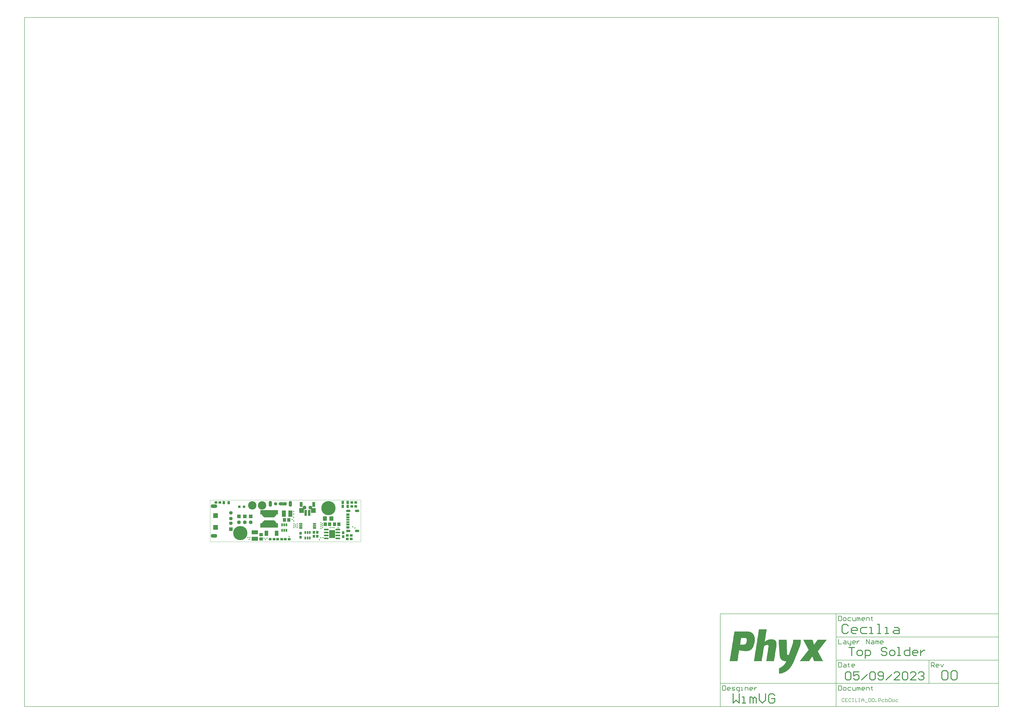
<source format=gts>
G04*
G04 #@! TF.GenerationSoftware,Altium Limited,Altium Designer,23.8.1 (32)*
G04*
G04 Layer_Color=8388736*
%FSLAX25Y25*%
%MOIN*%
G70*
G04*
G04 #@! TF.SameCoordinates,025227D9-4B7A-4FEB-AE1B-E4A00E2DEE92*
G04*
G04*
G04 #@! TF.FilePolarity,Negative*
G04*
G01*
G75*
%ADD10C,0.00787*%
%ADD12C,0.00394*%
%ADD13C,0.00984*%
%ADD14C,0.01575*%
%ADD41R,0.05709X0.03937*%
%ADD42R,0.05709X0.03543*%
%ADD43R,0.05709X0.03150*%
%ADD44R,0.04724X0.04331*%
%ADD45R,0.04331X0.05512*%
%ADD46R,0.29921X0.07480*%
%ADD47R,0.04331X0.10236*%
%ADD48R,0.04724X0.07874*%
%ADD49R,0.05512X0.06299*%
%ADD50O,0.08268X0.02756*%
%ADD51R,0.09882X0.13386*%
%ADD52R,0.04331X0.04724*%
%ADD53R,0.06299X0.05512*%
%ADD54R,0.14961X0.04724*%
%ADD55R,0.24016X0.05118*%
%ADD56R,0.05906X0.08661*%
%ADD57R,0.11024X0.06693*%
%ADD58R,0.06693X0.11024*%
%ADD59R,0.02756X0.04921*%
%ADD60O,0.05906X0.02165*%
%ADD61R,0.06693X0.07480*%
%ADD62R,0.06299X0.06299*%
%ADD63C,0.06299*%
%ADD64C,0.14173*%
%ADD65O,0.07480X0.04331*%
%ADD66R,0.08268X0.08268*%
G04:AMPARAMS|DCode=67|XSize=90.55mil|YSize=51.18mil|CornerRadius=13.78mil|HoleSize=0mil|Usage=FLASHONLY|Rotation=270.000|XOffset=0mil|YOffset=0mil|HoleType=Round|Shape=RoundedRectangle|*
%AMROUNDEDRECTD67*
21,1,0.09055,0.02362,0,0,270.0*
21,1,0.06299,0.05118,0,0,270.0*
1,1,0.02756,-0.01181,-0.03150*
1,1,0.02756,-0.01181,0.03150*
1,1,0.02756,0.01181,0.03150*
1,1,0.02756,0.01181,-0.03150*
%
%ADD67ROUNDEDRECTD67*%
%ADD68C,0.05512*%
G04:AMPARAMS|DCode=69|XSize=55.12mil|YSize=55.12mil|CornerRadius=14.76mil|HoleSize=0mil|Usage=FLASHONLY|Rotation=180.000|XOffset=0mil|YOffset=0mil|HoleType=Round|Shape=RoundedRectangle|*
%AMROUNDEDRECTD69*
21,1,0.05512,0.02559,0,0,180.0*
21,1,0.02559,0.05512,0,0,180.0*
1,1,0.02953,-0.01280,0.01280*
1,1,0.02953,0.01280,0.01280*
1,1,0.02953,0.01280,-0.01280*
1,1,0.02953,-0.01280,-0.01280*
%
%ADD69ROUNDEDRECTD69*%
%ADD70O,0.11024X0.06299*%
%ADD71C,0.05984*%
%ADD72R,0.05984X0.05984*%
%ADD73R,0.04331X0.04331*%
G04:AMPARAMS|DCode=74|XSize=43.31mil|YSize=43.31mil|CornerRadius=11.81mil|HoleSize=0mil|Usage=FLASHONLY|Rotation=0.000|XOffset=0mil|YOffset=0mil|HoleType=Round|Shape=RoundedRectangle|*
%AMROUNDEDRECTD74*
21,1,0.04331,0.01968,0,0,0.0*
21,1,0.01968,0.04331,0,0,0.0*
1,1,0.02362,0.00984,-0.00984*
1,1,0.02362,-0.00984,-0.00984*
1,1,0.02362,-0.00984,0.00984*
1,1,0.02362,0.00984,0.00984*
%
%ADD74ROUNDEDRECTD74*%
%ADD75C,0.24016*%
%ADD76R,0.08268X0.08268*%
%ADD77C,0.01968*%
G36*
X126712Y67320D02*
X126749Y67309D01*
X126783Y67290D01*
X126813Y67266D01*
X126838Y67236D01*
X126856Y67202D01*
X126867Y67165D01*
X126871Y67126D01*
Y62008D01*
X126867Y61969D01*
X126856Y61932D01*
X126838Y61898D01*
X126813Y61868D01*
X126783Y61843D01*
X126749Y61825D01*
X126712Y61814D01*
X126673Y61810D01*
X121850Y61810D01*
X121836Y61812D01*
X121822Y61812D01*
X121817Y61813D01*
X121812Y61814D01*
X121798Y61818D01*
X121784Y61822D01*
X121780Y61824D01*
X121775Y61825D01*
X121762Y61832D01*
X121749Y61838D01*
X121745Y61841D01*
X121740Y61843D01*
X121730Y61852D01*
X121718Y61861D01*
X121714Y61865D01*
X121711Y61868D01*
X121701Y61879D01*
X121692Y61890D01*
X121689Y61894D01*
X121686Y61898D01*
X121679Y61911D01*
X121672Y61923D01*
X121670Y61928D01*
X121668Y61932D01*
X121663Y61946D01*
X121659Y61959D01*
X121658Y61964D01*
X121656Y61969D01*
X121655Y61984D01*
X121653Y61998D01*
X121653Y62003D01*
X121653Y62008D01*
X121654Y62022D01*
X121655Y62036D01*
X121656Y62041D01*
X121656Y62046D01*
X121660Y62060D01*
X121664Y62074D01*
X121666Y62079D01*
X121668Y62084D01*
X121674Y62096D01*
X121680Y62109D01*
X124732Y67227D01*
X124735Y67231D01*
X124737Y67236D01*
X124746Y67247D01*
X124755Y67259D01*
X124758Y67262D01*
X124762Y67266D01*
X124773Y67275D01*
X124783Y67285D01*
X124788Y67287D01*
X124792Y67290D01*
X124804Y67297D01*
X124817Y67305D01*
X124821Y67306D01*
X124826Y67309D01*
X124839Y67313D01*
X124853Y67318D01*
X124858Y67318D01*
X124863Y67320D01*
X124877Y67321D01*
X124891Y67323D01*
X124897Y67323D01*
X124902Y67324D01*
X126673D01*
X126712Y67320D01*
D02*
G37*
G36*
X124129Y67322D02*
X124143Y67322D01*
X124148Y67321D01*
X124153Y67320D01*
X124167Y67316D01*
X124180Y67312D01*
X124185Y67310D01*
X124190Y67309D01*
X124202Y67302D01*
X124215Y67296D01*
X124220Y67293D01*
X124224Y67290D01*
X124235Y67281D01*
X124247Y67273D01*
X124250Y67269D01*
X124254Y67266D01*
X124263Y67255D01*
X124273Y67244D01*
X124275Y67240D01*
X124279Y67236D01*
X124285Y67223D01*
X124293Y67211D01*
X124294Y67206D01*
X124297Y67202D01*
X124301Y67188D01*
X124306Y67175D01*
X124307Y67169D01*
X124308Y67165D01*
X124310Y67150D01*
X124312Y67136D01*
X124311Y67131D01*
X124312Y67126D01*
X124311Y67112D01*
X124310Y67097D01*
X124309Y67093D01*
X124308Y67087D01*
X124304Y67074D01*
X124301Y67060D01*
X124298Y67055D01*
X124297Y67050D01*
X124290Y67038D01*
X124284Y67025D01*
X121233Y61907D01*
X121230Y61902D01*
X121228Y61898D01*
X121218Y61887D01*
X121210Y61875D01*
X121206Y61872D01*
X121203Y61868D01*
X121192Y61859D01*
X121181Y61849D01*
X121177Y61847D01*
X121173Y61843D01*
X121160Y61837D01*
X121148Y61829D01*
X121143Y61827D01*
X121139Y61825D01*
X121125Y61821D01*
X121112Y61816D01*
X121106Y61815D01*
X121102Y61814D01*
X121087Y61813D01*
X121073Y61810D01*
X121068Y61811D01*
X121063Y61810D01*
X119291D01*
X119253Y61814D01*
X119216Y61825D01*
X119182Y61843D01*
X119151Y61868D01*
X119127Y61898D01*
X119109Y61932D01*
X119097Y61969D01*
X119094Y62008D01*
Y67126D01*
X119097Y67165D01*
X119109Y67202D01*
X119127Y67236D01*
X119151Y67266D01*
X119182Y67290D01*
X119216Y67309D01*
X119253Y67320D01*
X119291Y67324D01*
X124114D01*
X124129Y67322D01*
D02*
G37*
G36*
X112243Y51769D02*
X112280Y51758D01*
X112315Y51739D01*
X112345Y51715D01*
X112369Y51685D01*
X112387Y51651D01*
X112399Y51613D01*
X112402Y51575D01*
X112402Y45276D01*
X112399Y45237D01*
X112390Y45209D01*
X112388Y45200D01*
X112369Y45166D01*
X112345Y45136D01*
X112345Y45136D01*
X108801Y41592D01*
X108771Y41568D01*
X108737Y41550D01*
X108729Y41547D01*
X108700Y41538D01*
X108681Y41536D01*
X108661Y41535D01*
X108661Y41535D01*
X92126D01*
X92126Y41535D01*
X92091Y41538D01*
X92087Y41538D01*
X92050Y41550D01*
X92016Y41568D01*
X92000Y41581D01*
X91986Y41592D01*
X91986Y41592D01*
X88443Y45136D01*
X88418Y45166D01*
X88400Y45200D01*
X88397Y45209D01*
X88389Y45237D01*
X88387Y45256D01*
X88385Y45276D01*
X88385Y45276D01*
Y51575D01*
X88389Y51613D01*
X88400Y51651D01*
X88418Y51685D01*
X88443Y51715D01*
X88473Y51739D01*
X88507Y51758D01*
X88544Y51769D01*
X88583Y51773D01*
X112205D01*
X112243Y51769D01*
D02*
G37*
G36*
X108681Y36416D02*
X108700Y36415D01*
X108729Y36406D01*
X108737Y36403D01*
X108771Y36385D01*
X108801Y36360D01*
X112345Y32817D01*
X112345Y32817D01*
X112356Y32804D01*
X112369Y32787D01*
X112387Y32753D01*
X112399Y32716D01*
X112399Y32712D01*
X112402Y32677D01*
X112402Y32677D01*
X112402Y26378D01*
X112399Y26339D01*
X112388Y26302D01*
X112369Y26268D01*
X112345Y26238D01*
X112315Y26213D01*
X112280Y26195D01*
X112243Y26184D01*
X112205Y26180D01*
X88583D01*
X88544Y26184D01*
X88507Y26195D01*
X88473Y26213D01*
X88443Y26238D01*
X88418Y26268D01*
X88400Y26302D01*
X88389Y26339D01*
X88385Y26378D01*
Y32677D01*
X88385Y32677D01*
X88387Y32697D01*
X88389Y32716D01*
X88397Y32744D01*
X88400Y32753D01*
X88418Y32787D01*
X88443Y32817D01*
X91986Y36360D01*
X91986Y36360D01*
X92000Y36371D01*
X92016Y36385D01*
X92050Y36403D01*
X92087Y36415D01*
X92091Y36415D01*
X92126Y36418D01*
X92126Y36418D01*
X108661Y36418D01*
X108661Y36418D01*
X108681Y36416D01*
D02*
G37*
G36*
X1047062Y-166394D02*
X1046775D01*
Y-166681D01*
X1046489D01*
Y-166967D01*
Y-167253D01*
X1046203D01*
Y-167539D01*
X1045916D01*
Y-167826D01*
X1045630D01*
Y-168112D01*
Y-168398D01*
X1045344D01*
Y-168685D01*
X1045057D01*
Y-168971D01*
X1044771D01*
Y-169257D01*
X1044485D01*
Y-169544D01*
Y-169830D01*
X1044198D01*
Y-170116D01*
X1043912D01*
Y-170403D01*
X1043626D01*
Y-170689D01*
Y-170975D01*
X1043340D01*
Y-171262D01*
X1043053D01*
Y-171548D01*
X1042767D01*
Y-171834D01*
X1042480D01*
Y-172120D01*
Y-172407D01*
X1042194D01*
Y-172693D01*
X1041908D01*
Y-172979D01*
X1041622D01*
Y-173266D01*
Y-173552D01*
X1041335D01*
Y-173838D01*
X1041049D01*
Y-174125D01*
X1040763D01*
Y-174411D01*
Y-174697D01*
X1040476D01*
Y-174984D01*
X1040190D01*
Y-175270D01*
X1039904D01*
Y-175556D01*
X1039617D01*
Y-175842D01*
Y-176129D01*
X1039331D01*
Y-176415D01*
X1039045D01*
Y-176701D01*
X1038758D01*
Y-176988D01*
Y-177274D01*
X1038472D01*
Y-177560D01*
X1038186D01*
Y-177847D01*
X1037899D01*
Y-178133D01*
Y-178419D01*
X1037613D01*
Y-178706D01*
X1037327D01*
Y-178992D01*
X1037041D01*
Y-179278D01*
X1036754D01*
Y-179565D01*
Y-179851D01*
X1036468D01*
Y-180137D01*
X1036182D01*
Y-180423D01*
X1035895D01*
Y-180710D01*
Y-180996D01*
X1035609D01*
Y-181282D01*
X1035323D01*
Y-181569D01*
X1035036D01*
Y-181855D01*
Y-182141D01*
X1034750D01*
Y-182428D01*
X1034464D01*
Y-182714D01*
X1034177D01*
Y-183000D01*
X1033891D01*
Y-183287D01*
Y-183573D01*
X1033605D01*
Y-183859D01*
X1033319D01*
Y-184146D01*
X1033032D01*
Y-184432D01*
Y-184718D01*
X1032746D01*
Y-185004D01*
X1032460D01*
Y-185291D01*
X1032173D01*
Y-185577D01*
X1031887D01*
Y-185863D01*
Y-186150D01*
X1032173D01*
Y-186436D01*
Y-186722D01*
X1032460D01*
Y-187009D01*
Y-187295D01*
X1032746D01*
Y-187581D01*
X1033032D01*
Y-187868D01*
Y-188154D01*
X1033319D01*
Y-188440D01*
Y-188727D01*
X1033605D01*
Y-189013D01*
Y-189299D01*
X1033891D01*
Y-189585D01*
Y-189872D01*
X1034177D01*
Y-190158D01*
Y-190444D01*
X1034464D01*
Y-190731D01*
Y-191017D01*
X1034750D01*
Y-191303D01*
Y-191590D01*
X1035036D01*
Y-191876D01*
Y-192162D01*
X1035323D01*
Y-192449D01*
X1035609D01*
Y-192735D01*
Y-193021D01*
X1035895D01*
Y-193308D01*
Y-193594D01*
X1036182D01*
Y-193880D01*
Y-194167D01*
X1036468D01*
Y-194453D01*
Y-194739D01*
X1036754D01*
Y-195025D01*
Y-195312D01*
X1037041D01*
Y-195598D01*
Y-195884D01*
X1037327D01*
Y-196171D01*
Y-196457D01*
X1037613D01*
Y-196743D01*
X1037899D01*
Y-197030D01*
Y-197316D01*
X1038186D01*
Y-197602D01*
Y-197889D01*
X1038472D01*
Y-198175D01*
Y-198461D01*
X1038758D01*
Y-198748D01*
Y-199034D01*
X1039045D01*
Y-199320D01*
Y-199606D01*
X1039331D01*
Y-199893D01*
Y-200179D01*
X1039617D01*
Y-200465D01*
Y-200752D01*
X1039904D01*
Y-201038D01*
X1040190D01*
Y-201324D01*
Y-201611D01*
X1040476D01*
Y-201897D01*
Y-202183D01*
X1040763D01*
Y-202470D01*
X1025588D01*
Y-202183D01*
X1025302D01*
Y-201897D01*
Y-201611D01*
Y-201324D01*
X1025016D01*
Y-201038D01*
Y-200752D01*
Y-200465D01*
X1024729D01*
Y-200179D01*
Y-199893D01*
X1024443D01*
Y-199606D01*
Y-199320D01*
Y-199034D01*
X1024156D01*
Y-198748D01*
Y-198461D01*
Y-198175D01*
X1023870D01*
Y-197889D01*
Y-197602D01*
X1023584D01*
Y-197316D01*
Y-197030D01*
Y-196743D01*
X1023298D01*
Y-196457D01*
Y-196171D01*
Y-195884D01*
X1023011D01*
Y-195598D01*
Y-195312D01*
Y-195025D01*
X1022725D01*
Y-194739D01*
X1022152D01*
Y-195025D01*
Y-195312D01*
X1021866D01*
Y-195598D01*
X1021580D01*
Y-195884D01*
Y-196171D01*
X1021293D01*
Y-196457D01*
X1021007D01*
Y-196743D01*
Y-197030D01*
X1020721D01*
Y-197316D01*
X1020434D01*
Y-197602D01*
Y-197889D01*
X1020148D01*
Y-198175D01*
X1019862D01*
Y-198461D01*
X1019576D01*
Y-198748D01*
Y-199034D01*
X1019289D01*
Y-199320D01*
X1019003D01*
Y-199606D01*
Y-199893D01*
X1018717D01*
Y-200179D01*
X1018430D01*
Y-200465D01*
Y-200752D01*
X1018144D01*
Y-201038D01*
X1017858D01*
Y-201324D01*
Y-201611D01*
X1017571D01*
Y-201897D01*
X1017285D01*
Y-202183D01*
Y-202470D01*
X1001252D01*
Y-202183D01*
X1001538D01*
Y-201897D01*
X1001824D01*
Y-201611D01*
X1002110D01*
Y-201324D01*
X1002397D01*
Y-201038D01*
Y-200752D01*
X1002683D01*
Y-200465D01*
X1002969D01*
Y-200179D01*
X1003256D01*
Y-199893D01*
X1003542D01*
Y-199606D01*
Y-199320D01*
X1003828D01*
Y-199034D01*
X1004115D01*
Y-198748D01*
X1004401D01*
Y-198461D01*
Y-198175D01*
X1004687D01*
Y-197889D01*
X1004974D01*
Y-197602D01*
X1005260D01*
Y-197316D01*
X1005546D01*
Y-197030D01*
Y-196743D01*
X1005832D01*
Y-196457D01*
X1006119D01*
Y-196171D01*
X1006405D01*
Y-195884D01*
X1006691D01*
Y-195598D01*
Y-195312D01*
X1006978D01*
Y-195025D01*
X1007264D01*
Y-194739D01*
X1007550D01*
Y-194453D01*
Y-194167D01*
X1007837D01*
Y-193880D01*
X1008123D01*
Y-193594D01*
X1008409D01*
Y-193308D01*
X1008696D01*
Y-193021D01*
Y-192735D01*
X1008982D01*
Y-192449D01*
X1009268D01*
Y-192162D01*
X1009555D01*
Y-191876D01*
Y-191590D01*
X1009841D01*
Y-191303D01*
X1010127D01*
Y-191017D01*
X1010413D01*
Y-190731D01*
X1010700D01*
Y-190444D01*
Y-190158D01*
X1010986D01*
Y-189872D01*
X1011272D01*
Y-189585D01*
X1011559D01*
Y-189299D01*
Y-189013D01*
X1011845D01*
Y-188727D01*
X1012131D01*
Y-188440D01*
X1012418D01*
Y-188154D01*
X1012704D01*
Y-187868D01*
Y-187581D01*
X1012990D01*
Y-187295D01*
X1013277D01*
Y-187009D01*
X1013563D01*
Y-186722D01*
X1013849D01*
Y-186436D01*
Y-186150D01*
X1014136D01*
Y-185863D01*
X1014422D01*
Y-185577D01*
X1014708D01*
Y-185291D01*
Y-185004D01*
X1014995D01*
Y-184718D01*
X1015281D01*
Y-184432D01*
X1015567D01*
Y-184146D01*
X1015853D01*
Y-183859D01*
Y-183573D01*
X1016140D01*
Y-183287D01*
Y-183000D01*
Y-182714D01*
X1015853D01*
Y-182428D01*
X1015567D01*
Y-182141D01*
Y-181855D01*
X1015281D01*
Y-181569D01*
Y-181282D01*
X1014995D01*
Y-180996D01*
Y-180710D01*
X1014708D01*
Y-180423D01*
Y-180137D01*
X1014422D01*
Y-179851D01*
Y-179565D01*
X1014136D01*
Y-179278D01*
Y-178992D01*
X1013849D01*
Y-178706D01*
X1013563D01*
Y-178419D01*
Y-178133D01*
X1013277D01*
Y-177847D01*
Y-177560D01*
X1012990D01*
Y-177274D01*
Y-176988D01*
X1012704D01*
Y-176701D01*
Y-176415D01*
X1012418D01*
Y-176129D01*
Y-175842D01*
X1012131D01*
Y-175556D01*
Y-175270D01*
X1011845D01*
Y-174984D01*
X1011559D01*
Y-174697D01*
Y-174411D01*
X1011272D01*
Y-174125D01*
Y-173838D01*
X1010986D01*
Y-173552D01*
Y-173266D01*
X1010700D01*
Y-172979D01*
Y-172693D01*
X1010413D01*
Y-172407D01*
Y-172120D01*
X1010127D01*
Y-171834D01*
Y-171548D01*
X1009841D01*
Y-171262D01*
Y-170975D01*
X1009555D01*
Y-170689D01*
X1009268D01*
Y-170403D01*
Y-170116D01*
X1008982D01*
Y-169830D01*
Y-169544D01*
X1008696D01*
Y-169257D01*
Y-168971D01*
X1008409D01*
Y-168685D01*
Y-168398D01*
X1008123D01*
Y-168112D01*
Y-167826D01*
X1007837D01*
Y-167539D01*
Y-167253D01*
X1007550D01*
Y-166967D01*
X1007264D01*
Y-166681D01*
Y-166394D01*
X1006978D01*
Y-166108D01*
X1022725D01*
Y-166394D01*
X1023011D01*
Y-166681D01*
Y-166967D01*
Y-167253D01*
X1023298D01*
Y-167539D01*
Y-167826D01*
Y-168112D01*
X1023584D01*
Y-168398D01*
Y-168685D01*
Y-168971D01*
X1023870D01*
Y-169257D01*
Y-169544D01*
Y-169830D01*
X1024156D01*
Y-170116D01*
Y-170403D01*
Y-170689D01*
X1024443D01*
Y-170975D01*
Y-171262D01*
Y-171548D01*
X1024729D01*
Y-171834D01*
Y-172120D01*
Y-172407D01*
X1025016D01*
Y-172693D01*
Y-172979D01*
Y-173266D01*
X1025302D01*
Y-173552D01*
Y-173838D01*
Y-174125D01*
Y-174411D01*
X1025874D01*
Y-174125D01*
X1026161D01*
Y-173838D01*
X1026447D01*
Y-173552D01*
Y-173266D01*
X1026733D01*
Y-172979D01*
X1027020D01*
Y-172693D01*
Y-172407D01*
X1027306D01*
Y-172120D01*
X1027592D01*
Y-171834D01*
Y-171548D01*
X1027879D01*
Y-171262D01*
X1028165D01*
Y-170975D01*
Y-170689D01*
X1028451D01*
Y-170403D01*
X1028738D01*
Y-170116D01*
Y-169830D01*
X1029024D01*
Y-169544D01*
X1029310D01*
Y-169257D01*
Y-168971D01*
X1029597D01*
Y-168685D01*
X1029883D01*
Y-168398D01*
Y-168112D01*
X1030169D01*
Y-167826D01*
X1030455D01*
Y-167539D01*
Y-167253D01*
X1030742D01*
Y-166967D01*
X1031028D01*
Y-166681D01*
Y-166394D01*
X1031314D01*
Y-166108D01*
X1047062D01*
Y-166394D01*
D02*
G37*
G36*
X913926Y-152365D02*
X915644D01*
Y-152651D01*
X916503D01*
Y-152937D01*
X917362D01*
Y-153224D01*
X918221D01*
Y-153510D01*
X918793D01*
Y-153796D01*
X919080D01*
Y-154083D01*
X919652D01*
Y-154369D01*
X919939D01*
Y-154655D01*
X920511D01*
Y-154942D01*
X920798D01*
Y-155228D01*
X921084D01*
Y-155514D01*
X921370D01*
Y-155801D01*
X921657D01*
Y-156087D01*
X921943D01*
Y-156373D01*
X922229D01*
Y-156659D01*
Y-156946D01*
X922515D01*
Y-157232D01*
X922802D01*
Y-157518D01*
Y-157805D01*
X923088D01*
Y-158091D01*
X923374D01*
Y-158377D01*
Y-158664D01*
X923661D01*
Y-158950D01*
Y-159236D01*
Y-159523D01*
X923947D01*
Y-159809D01*
Y-160095D01*
Y-160382D01*
X924233D01*
Y-160668D01*
Y-160954D01*
Y-161240D01*
Y-161527D01*
X924520D01*
Y-161813D01*
Y-162100D01*
Y-162386D01*
Y-162672D01*
Y-162958D01*
X924806D01*
Y-163245D01*
Y-163531D01*
Y-163817D01*
Y-164104D01*
Y-164390D01*
Y-164676D01*
Y-164963D01*
Y-165249D01*
Y-165535D01*
Y-165822D01*
Y-166108D01*
Y-166394D01*
Y-166681D01*
Y-166967D01*
Y-167253D01*
Y-167539D01*
Y-167826D01*
Y-168112D01*
Y-168398D01*
Y-168685D01*
X924520D01*
Y-168971D01*
Y-169257D01*
Y-169544D01*
Y-169830D01*
Y-170116D01*
Y-170403D01*
Y-170689D01*
X924233D01*
Y-170975D01*
Y-171262D01*
Y-171548D01*
Y-171834D01*
Y-172120D01*
X923947D01*
Y-172407D01*
Y-172693D01*
Y-172979D01*
Y-173266D01*
Y-173552D01*
X923661D01*
Y-173838D01*
Y-174125D01*
Y-174411D01*
X923374D01*
Y-174697D01*
Y-174984D01*
Y-175270D01*
Y-175556D01*
X923088D01*
Y-175842D01*
Y-176129D01*
Y-176415D01*
X922802D01*
Y-176701D01*
Y-176988D01*
X922515D01*
Y-177274D01*
Y-177560D01*
Y-177847D01*
X922229D01*
Y-178133D01*
Y-178419D01*
X921943D01*
Y-178706D01*
Y-178992D01*
X921657D01*
Y-179278D01*
Y-179565D01*
X921370D01*
Y-179851D01*
X921084D01*
Y-180137D01*
Y-180423D01*
X920798D01*
Y-180710D01*
X920511D01*
Y-180996D01*
X920225D01*
Y-181282D01*
Y-181569D01*
X919939D01*
Y-181855D01*
X919652D01*
Y-182141D01*
X919366D01*
Y-182428D01*
X919080D01*
Y-182714D01*
X918793D01*
Y-183000D01*
X918221D01*
Y-183287D01*
X917934D01*
Y-183573D01*
X917362D01*
Y-183859D01*
X917076D01*
Y-184146D01*
X916503D01*
Y-184432D01*
X915644D01*
Y-184718D01*
X914785D01*
Y-185004D01*
X913926D01*
Y-185291D01*
X912208D01*
Y-185577D01*
X907055D01*
Y-185291D01*
X904478D01*
Y-185004D01*
X902474D01*
Y-184718D01*
X901042D01*
Y-184432D01*
X899610D01*
Y-184146D01*
X898179D01*
Y-184432D01*
Y-184718D01*
Y-185004D01*
Y-185291D01*
Y-185577D01*
Y-185863D01*
Y-186150D01*
X897892D01*
Y-186436D01*
Y-186722D01*
Y-187009D01*
Y-187295D01*
Y-187581D01*
Y-187868D01*
X897606D01*
Y-188154D01*
Y-188440D01*
Y-188727D01*
Y-189013D01*
Y-189299D01*
Y-189585D01*
X897320D01*
Y-189872D01*
Y-190158D01*
Y-190444D01*
Y-190731D01*
Y-191017D01*
Y-191303D01*
Y-191590D01*
X897034D01*
Y-191876D01*
Y-192162D01*
Y-192449D01*
Y-192735D01*
Y-193021D01*
Y-193308D01*
X896747D01*
Y-193594D01*
Y-193880D01*
Y-194167D01*
Y-194453D01*
Y-194739D01*
Y-195025D01*
X896461D01*
Y-195312D01*
Y-195598D01*
Y-195884D01*
Y-196171D01*
Y-196457D01*
Y-196743D01*
Y-197030D01*
X896175D01*
Y-197316D01*
Y-197602D01*
Y-197889D01*
Y-198175D01*
Y-198461D01*
Y-198748D01*
X895888D01*
Y-199034D01*
Y-199320D01*
Y-199606D01*
Y-199893D01*
Y-200179D01*
Y-200465D01*
X895602D01*
Y-200752D01*
Y-201038D01*
Y-201324D01*
Y-201611D01*
Y-201897D01*
Y-202183D01*
Y-202470D01*
X882145D01*
Y-202183D01*
X882432D01*
Y-201897D01*
Y-201611D01*
Y-201324D01*
Y-201038D01*
Y-200752D01*
X882718D01*
Y-200465D01*
Y-200179D01*
Y-199893D01*
Y-199606D01*
Y-199320D01*
Y-199034D01*
Y-198748D01*
X883004D01*
Y-198461D01*
Y-198175D01*
Y-197889D01*
Y-197602D01*
Y-197316D01*
Y-197030D01*
X883291D01*
Y-196743D01*
Y-196457D01*
Y-196171D01*
Y-195884D01*
Y-195598D01*
Y-195312D01*
X883577D01*
Y-195025D01*
Y-194739D01*
Y-194453D01*
Y-194167D01*
Y-193880D01*
Y-193594D01*
Y-193308D01*
X883863D01*
Y-193021D01*
Y-192735D01*
Y-192449D01*
Y-192162D01*
Y-191876D01*
Y-191590D01*
X884149D01*
Y-191303D01*
Y-191017D01*
Y-190731D01*
Y-190444D01*
Y-190158D01*
Y-189872D01*
X884436D01*
Y-189585D01*
Y-189299D01*
Y-189013D01*
Y-188727D01*
Y-188440D01*
Y-188154D01*
X884722D01*
Y-187868D01*
Y-187581D01*
Y-187295D01*
Y-187009D01*
Y-186722D01*
Y-186436D01*
Y-186150D01*
X885009D01*
Y-185863D01*
Y-185577D01*
Y-185291D01*
Y-185004D01*
Y-184718D01*
Y-184432D01*
X885295D01*
Y-184146D01*
Y-183859D01*
Y-183573D01*
Y-183287D01*
Y-183000D01*
Y-182714D01*
X885581D01*
Y-182428D01*
Y-182141D01*
Y-181855D01*
Y-181569D01*
Y-181282D01*
Y-180996D01*
X885867D01*
Y-180710D01*
Y-180423D01*
Y-180137D01*
Y-179851D01*
Y-179565D01*
Y-179278D01*
Y-178992D01*
X886154D01*
Y-178706D01*
Y-178419D01*
Y-178133D01*
Y-177847D01*
Y-177560D01*
Y-177274D01*
X886440D01*
Y-176988D01*
Y-176701D01*
Y-176415D01*
Y-176129D01*
Y-175842D01*
Y-175556D01*
X886726D01*
Y-175270D01*
Y-174984D01*
Y-174697D01*
Y-174411D01*
Y-174125D01*
Y-173838D01*
Y-173552D01*
X887013D01*
Y-173266D01*
Y-172979D01*
Y-172693D01*
Y-172407D01*
Y-172120D01*
Y-171834D01*
X887299D01*
Y-171548D01*
Y-171262D01*
Y-170975D01*
Y-170689D01*
Y-170403D01*
Y-170116D01*
X887585D01*
Y-169830D01*
Y-169544D01*
Y-169257D01*
Y-168971D01*
Y-168685D01*
Y-168398D01*
X887872D01*
Y-168112D01*
Y-167826D01*
Y-167539D01*
Y-167253D01*
Y-166967D01*
Y-166681D01*
Y-166394D01*
X888158D01*
Y-166108D01*
Y-165822D01*
Y-165535D01*
Y-165249D01*
Y-164963D01*
Y-164676D01*
X888444D01*
Y-164390D01*
Y-164104D01*
Y-163817D01*
Y-163531D01*
Y-163245D01*
Y-162958D01*
X888731D01*
Y-162672D01*
Y-162386D01*
Y-162100D01*
Y-161813D01*
Y-161527D01*
Y-161240D01*
Y-160954D01*
X889017D01*
Y-160668D01*
Y-160382D01*
Y-160095D01*
Y-159809D01*
Y-159523D01*
Y-159236D01*
X889303D01*
Y-158950D01*
Y-158664D01*
Y-158377D01*
Y-158091D01*
Y-157805D01*
Y-157518D01*
X889590D01*
Y-157232D01*
Y-156946D01*
Y-156659D01*
Y-156373D01*
Y-156087D01*
Y-155801D01*
Y-155514D01*
X889876D01*
Y-155228D01*
Y-154942D01*
Y-154655D01*
Y-154369D01*
Y-154083D01*
Y-153796D01*
X890162D01*
Y-153510D01*
Y-153224D01*
Y-152937D01*
Y-152651D01*
Y-152365D01*
Y-152078D01*
X913926D01*
Y-152365D01*
D02*
G37*
G36*
X1002969Y-166394D02*
Y-166681D01*
Y-166967D01*
Y-167253D01*
Y-167539D01*
Y-167826D01*
Y-168112D01*
Y-168398D01*
Y-168685D01*
Y-168971D01*
Y-169257D01*
Y-169544D01*
Y-169830D01*
Y-170116D01*
Y-170403D01*
Y-170689D01*
Y-170975D01*
Y-171262D01*
Y-171548D01*
Y-171834D01*
Y-172120D01*
X1002683D01*
Y-172407D01*
Y-172693D01*
Y-172979D01*
Y-173266D01*
Y-173552D01*
X1002397D01*
Y-173838D01*
Y-174125D01*
Y-174411D01*
Y-174697D01*
X1002110D01*
Y-174984D01*
Y-175270D01*
Y-175556D01*
Y-175842D01*
X1001824D01*
Y-176129D01*
Y-176415D01*
Y-176701D01*
X1001538D01*
Y-176988D01*
Y-177274D01*
Y-177560D01*
X1001252D01*
Y-177847D01*
Y-178133D01*
Y-178419D01*
X1000965D01*
Y-178706D01*
Y-178992D01*
Y-179278D01*
X1000679D01*
Y-179565D01*
Y-179851D01*
X1000393D01*
Y-180137D01*
Y-180423D01*
X1000106D01*
Y-180710D01*
Y-180996D01*
Y-181282D01*
X999820D01*
Y-181569D01*
Y-181855D01*
X999534D01*
Y-182141D01*
Y-182428D01*
Y-182714D01*
X999247D01*
Y-183000D01*
Y-183287D01*
X998961D01*
Y-183573D01*
Y-183859D01*
Y-184146D01*
X998675D01*
Y-184432D01*
Y-184718D01*
X998388D01*
Y-185004D01*
Y-185291D01*
Y-185577D01*
X998102D01*
Y-185863D01*
Y-186150D01*
X997816D01*
Y-186436D01*
Y-186722D01*
Y-187009D01*
X997529D01*
Y-187295D01*
Y-187581D01*
X997243D01*
Y-187868D01*
Y-188154D01*
Y-188440D01*
X996957D01*
Y-188727D01*
Y-189013D01*
X996671D01*
Y-189299D01*
Y-189585D01*
Y-189872D01*
X996384D01*
Y-190158D01*
Y-190444D01*
X996098D01*
Y-190731D01*
Y-191017D01*
Y-191303D01*
X995811D01*
Y-191590D01*
Y-191876D01*
X995525D01*
Y-192162D01*
Y-192449D01*
Y-192735D01*
X995239D01*
Y-193021D01*
Y-193308D01*
X994953D01*
Y-193594D01*
Y-193880D01*
Y-194167D01*
X994666D01*
Y-194453D01*
Y-194739D01*
X994380D01*
Y-195025D01*
Y-195312D01*
Y-195598D01*
X994094D01*
Y-195884D01*
Y-196171D01*
X993807D01*
Y-196457D01*
Y-196743D01*
Y-197030D01*
X993521D01*
Y-197316D01*
Y-197602D01*
X993235D01*
Y-197889D01*
Y-198175D01*
Y-198461D01*
X992948D01*
Y-198748D01*
Y-199034D01*
X992662D01*
Y-199320D01*
Y-199606D01*
Y-199893D01*
X992376D01*
Y-200179D01*
Y-200465D01*
X992089D01*
Y-200752D01*
Y-201038D01*
Y-201324D01*
X991803D01*
Y-201611D01*
Y-201897D01*
X991517D01*
Y-202183D01*
Y-202470D01*
Y-202756D01*
X991230D01*
Y-203042D01*
Y-203328D01*
X990944D01*
Y-203615D01*
Y-203901D01*
X990658D01*
Y-204187D01*
Y-204474D01*
X990372D01*
Y-204760D01*
Y-205046D01*
Y-205333D01*
X990085D01*
Y-205619D01*
X989799D01*
Y-205905D01*
Y-206192D01*
Y-206478D01*
X989513D01*
Y-206764D01*
X989226D01*
Y-207051D01*
Y-207337D01*
X988940D01*
Y-207623D01*
Y-207909D01*
X988654D01*
Y-208196D01*
Y-208482D01*
X988367D01*
Y-208769D01*
Y-209055D01*
X988081D01*
Y-209341D01*
X987795D01*
Y-209627D01*
Y-209914D01*
X987508D01*
Y-210200D01*
Y-210486D01*
X987222D01*
Y-210773D01*
X986936D01*
Y-211059D01*
X986650D01*
Y-211345D01*
Y-211632D01*
X986363D01*
Y-211918D01*
X986077D01*
Y-212204D01*
Y-212491D01*
X985791D01*
Y-212777D01*
X985504D01*
Y-213063D01*
X985218D01*
Y-213350D01*
Y-213636D01*
X984932D01*
Y-213922D01*
X984645D01*
Y-214208D01*
X984359D01*
Y-214495D01*
X984073D01*
Y-214781D01*
X983786D01*
Y-215067D01*
Y-215354D01*
X983500D01*
Y-215640D01*
X983214D01*
Y-215926D01*
X982928D01*
Y-216213D01*
X982641D01*
Y-216499D01*
X982355D01*
Y-216785D01*
X982069D01*
Y-217072D01*
X981782D01*
Y-217358D01*
X981210D01*
Y-217644D01*
X980923D01*
Y-217931D01*
X980637D01*
Y-218217D01*
X980351D01*
Y-218503D01*
X980064D01*
Y-218789D01*
X979492D01*
Y-219076D01*
X979205D01*
Y-219362D01*
X978633D01*
Y-219648D01*
X978347D01*
Y-219935D01*
X977774D01*
Y-220221D01*
X977487D01*
Y-220507D01*
X976915D01*
Y-220794D01*
X976342D01*
Y-221080D01*
X975770D01*
Y-221366D01*
X975197D01*
Y-221653D01*
X974624D01*
Y-221939D01*
X973765D01*
Y-222225D01*
X973193D01*
Y-222512D01*
X972334D01*
Y-222798D01*
X971189D01*
Y-223084D01*
X970043D01*
Y-223370D01*
X968326D01*
Y-223657D01*
X966321D01*
Y-223943D01*
X966035D01*
Y-223657D01*
Y-223370D01*
Y-223084D01*
Y-222798D01*
Y-222512D01*
Y-222225D01*
Y-221939D01*
Y-221653D01*
Y-221366D01*
Y-221080D01*
Y-220794D01*
Y-220507D01*
Y-220221D01*
Y-219935D01*
Y-219648D01*
Y-219362D01*
Y-219076D01*
Y-218789D01*
Y-218503D01*
Y-218217D01*
Y-217931D01*
Y-217644D01*
Y-217358D01*
Y-217072D01*
Y-216785D01*
Y-216499D01*
Y-216213D01*
Y-215926D01*
Y-215640D01*
Y-215354D01*
Y-215067D01*
Y-214781D01*
Y-214495D01*
X966608D01*
Y-214208D01*
X967180D01*
Y-213922D01*
X967753D01*
Y-213636D01*
X968326D01*
Y-213350D01*
X968898D01*
Y-213063D01*
X969471D01*
Y-212777D01*
X969757D01*
Y-212491D01*
X970330D01*
Y-212204D01*
X970616D01*
Y-211918D01*
X971189D01*
Y-211632D01*
X971475D01*
Y-211345D01*
X971761D01*
Y-211059D01*
X972334D01*
Y-210773D01*
X972620D01*
Y-210486D01*
X972906D01*
Y-210200D01*
X973193D01*
Y-209914D01*
X973479D01*
Y-209627D01*
X973765D01*
Y-209341D01*
X974052D01*
Y-209055D01*
X974338D01*
Y-208769D01*
X974624D01*
Y-208482D01*
X974911D01*
Y-208196D01*
X975197D01*
Y-207909D01*
X975483D01*
Y-207623D01*
Y-207337D01*
X975770D01*
Y-207051D01*
X976056D01*
Y-206764D01*
X976342D01*
Y-206478D01*
Y-206192D01*
X976629D01*
Y-205905D01*
X976915D01*
Y-205619D01*
Y-205333D01*
X977201D01*
Y-205046D01*
Y-204760D01*
X977487D01*
Y-204474D01*
X977774D01*
Y-204187D01*
Y-203901D01*
X978060D01*
Y-203615D01*
Y-203328D01*
X978347D01*
Y-203042D01*
Y-202756D01*
X976629D01*
Y-202470D01*
X974624D01*
Y-202183D01*
X973479D01*
Y-201897D01*
X972906D01*
Y-201611D01*
X972048D01*
Y-201324D01*
X971475D01*
Y-201038D01*
X971189D01*
Y-200752D01*
X970616D01*
Y-200465D01*
X970330D01*
Y-200179D01*
X970043D01*
Y-199893D01*
X969757D01*
Y-199606D01*
X969471D01*
Y-199320D01*
X969184D01*
Y-199034D01*
Y-198748D01*
X968898D01*
Y-198461D01*
X968612D01*
Y-198175D01*
Y-197889D01*
X968326D01*
Y-197602D01*
Y-197316D01*
X968039D01*
Y-197030D01*
Y-196743D01*
X967753D01*
Y-196457D01*
Y-196171D01*
Y-195884D01*
X967467D01*
Y-195598D01*
Y-195312D01*
Y-195025D01*
Y-194739D01*
X967180D01*
Y-194453D01*
Y-194167D01*
Y-193880D01*
Y-193594D01*
Y-193308D01*
Y-193021D01*
Y-192735D01*
X966894D01*
Y-192449D01*
Y-192162D01*
Y-191876D01*
Y-191590D01*
Y-191303D01*
Y-191017D01*
Y-190731D01*
Y-190444D01*
Y-190158D01*
Y-189872D01*
Y-189585D01*
Y-189299D01*
Y-189013D01*
Y-188727D01*
Y-188440D01*
X966608D01*
Y-188154D01*
Y-187868D01*
Y-187581D01*
Y-187295D01*
Y-187009D01*
Y-186722D01*
Y-186436D01*
Y-186150D01*
Y-185863D01*
Y-185577D01*
Y-185291D01*
Y-185004D01*
Y-184718D01*
Y-184432D01*
Y-184146D01*
X966321D01*
Y-183859D01*
Y-183573D01*
Y-183287D01*
Y-183000D01*
Y-182714D01*
Y-182428D01*
Y-182141D01*
Y-181855D01*
Y-181569D01*
Y-181282D01*
Y-180996D01*
Y-180710D01*
Y-180423D01*
Y-180137D01*
Y-179851D01*
Y-179565D01*
X966035D01*
Y-179278D01*
Y-178992D01*
Y-178706D01*
Y-178419D01*
Y-178133D01*
Y-177847D01*
Y-177560D01*
Y-177274D01*
Y-176988D01*
Y-176701D01*
Y-176415D01*
Y-176129D01*
Y-175842D01*
Y-175556D01*
Y-175270D01*
Y-174984D01*
X965749D01*
Y-174697D01*
Y-174411D01*
Y-174125D01*
Y-173838D01*
Y-173552D01*
Y-173266D01*
Y-172979D01*
Y-172693D01*
Y-172407D01*
Y-172120D01*
Y-171834D01*
Y-171548D01*
Y-171262D01*
Y-170975D01*
X965462D01*
Y-170689D01*
Y-170403D01*
Y-170116D01*
Y-169830D01*
Y-169544D01*
Y-169257D01*
Y-168971D01*
Y-168685D01*
Y-168398D01*
Y-168112D01*
Y-167826D01*
Y-167539D01*
Y-167253D01*
Y-166967D01*
Y-166681D01*
Y-166394D01*
X965176D01*
Y-166108D01*
X978919D01*
Y-166394D01*
Y-166681D01*
Y-166967D01*
Y-167253D01*
Y-167539D01*
Y-167826D01*
Y-168112D01*
Y-168398D01*
Y-168685D01*
Y-168971D01*
Y-169257D01*
Y-169544D01*
Y-169830D01*
Y-170116D01*
X979205D01*
Y-170403D01*
Y-170689D01*
Y-170975D01*
Y-171262D01*
Y-171548D01*
Y-171834D01*
Y-172120D01*
Y-172407D01*
Y-172693D01*
Y-172979D01*
Y-173266D01*
Y-173552D01*
Y-173838D01*
Y-174125D01*
Y-174411D01*
Y-174697D01*
Y-174984D01*
Y-175270D01*
Y-175556D01*
Y-175842D01*
Y-176129D01*
Y-176415D01*
Y-176701D01*
Y-176988D01*
Y-177274D01*
Y-177560D01*
Y-177847D01*
Y-178133D01*
Y-178419D01*
Y-178706D01*
Y-178992D01*
Y-179278D01*
Y-179565D01*
Y-179851D01*
Y-180137D01*
Y-180423D01*
Y-180710D01*
Y-180996D01*
Y-181282D01*
Y-181569D01*
Y-181855D01*
X979492D01*
Y-182141D01*
X979205D01*
Y-182428D01*
Y-182714D01*
X979492D01*
Y-183000D01*
Y-183287D01*
Y-183573D01*
Y-183859D01*
Y-184146D01*
Y-184432D01*
Y-184718D01*
Y-185004D01*
Y-185291D01*
Y-185577D01*
Y-185863D01*
Y-186150D01*
Y-186436D01*
Y-186722D01*
Y-187009D01*
Y-187295D01*
Y-187581D01*
Y-187868D01*
Y-188154D01*
Y-188440D01*
Y-188727D01*
Y-189013D01*
Y-189299D01*
Y-189585D01*
Y-189872D01*
Y-190158D01*
X979778D01*
Y-190444D01*
Y-190731D01*
Y-191017D01*
X980064D01*
Y-191303D01*
X980351D01*
Y-191590D01*
X980637D01*
Y-191876D01*
X981496D01*
Y-192162D01*
X982355D01*
Y-191876D01*
X982641D01*
Y-191590D01*
Y-191303D01*
Y-191017D01*
X982928D01*
Y-190731D01*
Y-190444D01*
X983214D01*
Y-190158D01*
Y-189872D01*
Y-189585D01*
X983500D01*
Y-189299D01*
Y-189013D01*
Y-188727D01*
X983786D01*
Y-188440D01*
Y-188154D01*
Y-187868D01*
X984073D01*
Y-187581D01*
Y-187295D01*
Y-187009D01*
X984359D01*
Y-186722D01*
Y-186436D01*
X984645D01*
Y-186150D01*
Y-185863D01*
Y-185577D01*
X984932D01*
Y-185291D01*
Y-185004D01*
Y-184718D01*
X985218D01*
Y-184432D01*
Y-184146D01*
Y-183859D01*
X985504D01*
Y-183573D01*
Y-183287D01*
X985791D01*
Y-183000D01*
Y-182714D01*
Y-182428D01*
X986077D01*
Y-182141D01*
Y-181855D01*
Y-181569D01*
X986363D01*
Y-181282D01*
Y-180996D01*
Y-180710D01*
X986650D01*
Y-180423D01*
Y-180137D01*
X986936D01*
Y-179851D01*
Y-179565D01*
Y-179278D01*
X987222D01*
Y-178992D01*
Y-178706D01*
Y-178419D01*
X987508D01*
Y-178133D01*
Y-177847D01*
Y-177560D01*
X987795D01*
Y-177274D01*
Y-176988D01*
X988081D01*
Y-176701D01*
Y-176415D01*
Y-176129D01*
X988367D01*
Y-175842D01*
Y-175556D01*
Y-175270D01*
X988654D01*
Y-174984D01*
Y-174697D01*
Y-174411D01*
X988940D01*
Y-174125D01*
Y-173838D01*
Y-173552D01*
Y-173266D01*
X989226D01*
Y-172979D01*
Y-172693D01*
Y-172407D01*
Y-172120D01*
X989513D01*
Y-171834D01*
Y-171548D01*
Y-171262D01*
Y-170975D01*
Y-170689D01*
X989799D01*
Y-170403D01*
Y-170116D01*
Y-169830D01*
Y-169544D01*
Y-169257D01*
Y-168971D01*
X990085D01*
Y-168685D01*
Y-168398D01*
Y-168112D01*
Y-167826D01*
Y-167539D01*
Y-167253D01*
Y-166967D01*
Y-166681D01*
Y-166394D01*
Y-166108D01*
X1002969D01*
Y-166394D01*
D02*
G37*
G36*
X945134Y-148929D02*
Y-149215D01*
X944848D01*
Y-149502D01*
Y-149788D01*
Y-150074D01*
Y-150361D01*
Y-150647D01*
Y-150933D01*
X944561D01*
Y-151220D01*
Y-151506D01*
Y-151792D01*
Y-152078D01*
Y-152365D01*
Y-152651D01*
X944275D01*
Y-152937D01*
Y-153224D01*
Y-153510D01*
Y-153796D01*
Y-154083D01*
Y-154369D01*
Y-154655D01*
X943989D01*
Y-154942D01*
Y-155228D01*
Y-155514D01*
Y-155801D01*
Y-156087D01*
Y-156373D01*
X943703D01*
Y-156659D01*
Y-156946D01*
Y-157232D01*
Y-157518D01*
Y-157805D01*
Y-158091D01*
X943416D01*
Y-158377D01*
Y-158664D01*
Y-158950D01*
Y-159236D01*
Y-159523D01*
Y-159809D01*
Y-160095D01*
X943130D01*
Y-160382D01*
Y-160668D01*
Y-160954D01*
Y-161240D01*
Y-161527D01*
Y-161813D01*
X942844D01*
Y-162100D01*
Y-162386D01*
Y-162672D01*
Y-162958D01*
Y-163245D01*
Y-163531D01*
X942557D01*
Y-163817D01*
Y-164104D01*
Y-164390D01*
Y-164676D01*
Y-164963D01*
Y-165249D01*
X942271D01*
Y-165535D01*
Y-165822D01*
Y-166108D01*
Y-166394D01*
Y-166681D01*
Y-166967D01*
Y-167253D01*
X941985D01*
Y-167539D01*
Y-167826D01*
Y-168112D01*
Y-168398D01*
Y-168685D01*
Y-168971D01*
X941698D01*
Y-169257D01*
Y-169544D01*
X942271D01*
Y-169257D01*
X942557D01*
Y-168971D01*
X942844D01*
Y-168685D01*
X943416D01*
Y-168398D01*
X943703D01*
Y-168112D01*
X943989D01*
Y-167826D01*
X944561D01*
Y-167539D01*
X945134D01*
Y-167253D01*
X945420D01*
Y-166967D01*
X945993D01*
Y-166681D01*
X946852D01*
Y-166394D01*
X947425D01*
Y-166108D01*
X948284D01*
Y-165822D01*
X949715D01*
Y-165535D01*
X956014D01*
Y-165822D01*
X957159D01*
Y-166108D01*
X958018D01*
Y-166394D01*
X958591D01*
Y-166681D01*
X958877D01*
Y-166967D01*
X959450D01*
Y-167253D01*
X959736D01*
Y-167539D01*
X960022D01*
Y-167826D01*
X960309D01*
Y-168112D01*
X960595D01*
Y-168398D01*
Y-168685D01*
X960881D01*
Y-168971D01*
Y-169257D01*
X961168D01*
Y-169544D01*
Y-169830D01*
Y-170116D01*
X961454D01*
Y-170403D01*
Y-170689D01*
Y-170975D01*
Y-171262D01*
X961740D01*
Y-171548D01*
Y-171834D01*
Y-172120D01*
Y-172407D01*
Y-172693D01*
Y-172979D01*
Y-173266D01*
Y-173552D01*
Y-173838D01*
Y-174125D01*
Y-174411D01*
Y-174697D01*
Y-174984D01*
Y-175270D01*
Y-175556D01*
Y-175842D01*
Y-176129D01*
Y-176415D01*
X961454D01*
Y-176701D01*
Y-176988D01*
Y-177274D01*
Y-177560D01*
Y-177847D01*
Y-178133D01*
Y-178419D01*
X961168D01*
Y-178706D01*
Y-178992D01*
Y-179278D01*
Y-179565D01*
Y-179851D01*
Y-180137D01*
Y-180423D01*
X960881D01*
Y-180710D01*
Y-180996D01*
Y-181282D01*
Y-181569D01*
Y-181855D01*
Y-182141D01*
X960595D01*
Y-182428D01*
Y-182714D01*
Y-183000D01*
Y-183287D01*
Y-183573D01*
Y-183859D01*
X960309D01*
Y-184146D01*
Y-184432D01*
Y-184718D01*
Y-185004D01*
Y-185291D01*
Y-185577D01*
X960022D01*
Y-185863D01*
Y-186150D01*
Y-186436D01*
Y-186722D01*
Y-187009D01*
Y-187295D01*
Y-187581D01*
X959736D01*
Y-187868D01*
Y-188154D01*
Y-188440D01*
Y-188727D01*
Y-189013D01*
Y-189299D01*
X959450D01*
Y-189585D01*
Y-189872D01*
Y-190158D01*
Y-190444D01*
Y-190731D01*
Y-191017D01*
X959163D01*
Y-191303D01*
Y-191590D01*
Y-191876D01*
Y-192162D01*
Y-192449D01*
Y-192735D01*
Y-193021D01*
X958877D01*
Y-193308D01*
Y-193594D01*
Y-193880D01*
Y-194167D01*
Y-194453D01*
Y-194739D01*
X958591D01*
Y-195025D01*
Y-195312D01*
Y-195598D01*
Y-195884D01*
Y-196171D01*
Y-196457D01*
X958305D01*
Y-196743D01*
Y-197030D01*
Y-197316D01*
Y-197602D01*
Y-197889D01*
Y-198175D01*
X958018D01*
Y-198461D01*
Y-198748D01*
Y-199034D01*
Y-199320D01*
Y-199606D01*
Y-199893D01*
Y-200179D01*
X957732D01*
Y-200465D01*
Y-200752D01*
Y-201038D01*
Y-201324D01*
Y-201611D01*
Y-201897D01*
X957446D01*
Y-202183D01*
Y-202470D01*
X944275D01*
Y-202183D01*
Y-201897D01*
X944561D01*
Y-201611D01*
Y-201324D01*
Y-201038D01*
Y-200752D01*
Y-200465D01*
Y-200179D01*
X944848D01*
Y-199893D01*
Y-199606D01*
Y-199320D01*
Y-199034D01*
Y-198748D01*
Y-198461D01*
Y-198175D01*
X945134D01*
Y-197889D01*
Y-197602D01*
Y-197316D01*
Y-197030D01*
Y-196743D01*
Y-196457D01*
X945420D01*
Y-196171D01*
Y-195884D01*
Y-195598D01*
Y-195312D01*
Y-195025D01*
Y-194739D01*
X945707D01*
Y-194453D01*
Y-194167D01*
Y-193880D01*
Y-193594D01*
Y-193308D01*
Y-193021D01*
Y-192735D01*
X945993D01*
Y-192449D01*
Y-192162D01*
Y-191876D01*
Y-191590D01*
Y-191303D01*
Y-191017D01*
X946279D01*
Y-190731D01*
Y-190444D01*
Y-190158D01*
Y-189872D01*
Y-189585D01*
Y-189299D01*
Y-189013D01*
X946566D01*
Y-188727D01*
Y-188440D01*
Y-188154D01*
Y-187868D01*
Y-187581D01*
Y-187295D01*
X946852D01*
Y-187009D01*
Y-186722D01*
Y-186436D01*
Y-186150D01*
Y-185863D01*
Y-185577D01*
X947138D01*
Y-185291D01*
Y-185004D01*
Y-184718D01*
Y-184432D01*
Y-184146D01*
Y-183859D01*
X947425D01*
Y-183573D01*
Y-183287D01*
Y-183000D01*
Y-182714D01*
Y-182428D01*
Y-182141D01*
Y-181855D01*
X947711D01*
Y-181569D01*
Y-181282D01*
Y-180996D01*
Y-180710D01*
Y-180423D01*
Y-180137D01*
X947997D01*
Y-179851D01*
Y-179565D01*
Y-179278D01*
Y-178992D01*
Y-178706D01*
Y-178419D01*
Y-178133D01*
X948284D01*
Y-177847D01*
Y-177560D01*
Y-177274D01*
Y-176988D01*
Y-176701D01*
Y-176415D01*
X947997D01*
Y-176129D01*
Y-175842D01*
X947711D01*
Y-175556D01*
X947425D01*
Y-175270D01*
X946852D01*
Y-174984D01*
X945134D01*
Y-175270D01*
X943703D01*
Y-175556D01*
X942844D01*
Y-175842D01*
X942271D01*
Y-176129D01*
X941985D01*
Y-176415D01*
X941412D01*
Y-176701D01*
X941126D01*
Y-176988D01*
X940839D01*
Y-177274D01*
Y-177560D01*
X940553D01*
Y-177847D01*
Y-178133D01*
Y-178419D01*
X940267D01*
Y-178706D01*
Y-178992D01*
Y-179278D01*
Y-179565D01*
Y-179851D01*
Y-180137D01*
X939981D01*
Y-180423D01*
Y-180710D01*
Y-180996D01*
Y-181282D01*
Y-181569D01*
Y-181855D01*
Y-182141D01*
X939694D01*
Y-182428D01*
Y-182714D01*
Y-183000D01*
Y-183287D01*
Y-183573D01*
Y-183859D01*
X939408D01*
Y-184146D01*
Y-184432D01*
Y-184718D01*
Y-185004D01*
Y-185291D01*
Y-185577D01*
X939122D01*
Y-185863D01*
Y-186150D01*
Y-186436D01*
Y-186722D01*
Y-187009D01*
Y-187295D01*
X938835D01*
Y-187581D01*
Y-187868D01*
Y-188154D01*
Y-188440D01*
Y-188727D01*
Y-189013D01*
Y-189299D01*
X938549D01*
Y-189585D01*
Y-189872D01*
Y-190158D01*
Y-190444D01*
Y-190731D01*
Y-191017D01*
X938263D01*
Y-191303D01*
Y-191590D01*
Y-191876D01*
Y-192162D01*
Y-192449D01*
Y-192735D01*
X937976D01*
Y-193021D01*
Y-193308D01*
Y-193594D01*
Y-193880D01*
Y-194167D01*
Y-194453D01*
Y-194739D01*
X937690D01*
Y-195025D01*
Y-195312D01*
Y-195598D01*
Y-195884D01*
Y-196171D01*
Y-196457D01*
X937404D01*
Y-196743D01*
Y-197030D01*
Y-197316D01*
Y-197602D01*
Y-197889D01*
Y-198175D01*
X937117D01*
Y-198461D01*
Y-198748D01*
Y-199034D01*
Y-199320D01*
Y-199606D01*
Y-199893D01*
X936831D01*
Y-200179D01*
Y-200465D01*
Y-200752D01*
Y-201038D01*
Y-201324D01*
Y-201611D01*
Y-201897D01*
X936545D01*
Y-202183D01*
Y-202470D01*
X923374D01*
Y-202183D01*
Y-201897D01*
X923661D01*
Y-201611D01*
Y-201324D01*
Y-201038D01*
Y-200752D01*
Y-200465D01*
Y-200179D01*
Y-199893D01*
X923947D01*
Y-199606D01*
Y-199320D01*
Y-199034D01*
Y-198748D01*
Y-198461D01*
Y-198175D01*
X924233D01*
Y-197889D01*
Y-197602D01*
Y-197316D01*
Y-197030D01*
Y-196743D01*
Y-196457D01*
X924520D01*
Y-196171D01*
Y-195884D01*
Y-195598D01*
Y-195312D01*
Y-195025D01*
Y-194739D01*
Y-194453D01*
X924806D01*
Y-194167D01*
Y-193880D01*
Y-193594D01*
Y-193308D01*
Y-193021D01*
Y-192735D01*
X925092D01*
Y-192449D01*
Y-192162D01*
Y-191876D01*
Y-191590D01*
Y-191303D01*
Y-191017D01*
X925379D01*
Y-190731D01*
Y-190444D01*
Y-190158D01*
Y-189872D01*
Y-189585D01*
Y-189299D01*
X925665D01*
Y-189013D01*
Y-188727D01*
Y-188440D01*
Y-188154D01*
Y-187868D01*
Y-187581D01*
Y-187295D01*
X925951D01*
Y-187009D01*
Y-186722D01*
Y-186436D01*
Y-186150D01*
Y-185863D01*
Y-185577D01*
X926237D01*
Y-185291D01*
Y-185004D01*
Y-184718D01*
Y-184432D01*
Y-184146D01*
Y-183859D01*
X926524D01*
Y-183573D01*
Y-183287D01*
Y-183000D01*
Y-182714D01*
Y-182428D01*
Y-182141D01*
Y-181855D01*
X926810D01*
Y-181569D01*
Y-181282D01*
Y-180996D01*
Y-180710D01*
Y-180423D01*
Y-180137D01*
X927096D01*
Y-179851D01*
Y-179565D01*
Y-179278D01*
Y-178992D01*
Y-178706D01*
Y-178419D01*
X927383D01*
Y-178133D01*
Y-177847D01*
Y-177560D01*
Y-177274D01*
Y-176988D01*
Y-176701D01*
X927669D01*
Y-176415D01*
Y-176129D01*
Y-175842D01*
Y-175556D01*
Y-175270D01*
Y-174984D01*
Y-174697D01*
X927955D01*
Y-174411D01*
Y-174125D01*
Y-173838D01*
Y-173552D01*
Y-173266D01*
Y-172979D01*
X928242D01*
Y-172693D01*
Y-172407D01*
Y-172120D01*
Y-171834D01*
Y-171548D01*
Y-171262D01*
X928528D01*
Y-170975D01*
Y-170689D01*
Y-170403D01*
Y-170116D01*
Y-169830D01*
Y-169544D01*
X928814D01*
Y-169257D01*
Y-168971D01*
Y-168685D01*
Y-168398D01*
Y-168112D01*
Y-167826D01*
Y-167539D01*
X929101D01*
Y-167253D01*
Y-166967D01*
Y-166681D01*
Y-166394D01*
Y-166108D01*
Y-165822D01*
X929387D01*
Y-165535D01*
Y-165249D01*
Y-164963D01*
Y-164676D01*
Y-164390D01*
Y-164104D01*
X929673D01*
Y-163817D01*
Y-163531D01*
Y-163245D01*
Y-162958D01*
Y-162672D01*
Y-162386D01*
Y-162100D01*
X929960D01*
Y-161813D01*
Y-161527D01*
Y-161240D01*
Y-160954D01*
Y-160668D01*
Y-160382D01*
X930246D01*
Y-160095D01*
Y-159809D01*
Y-159523D01*
Y-159236D01*
Y-158950D01*
Y-158664D01*
X930532D01*
Y-158377D01*
Y-158091D01*
Y-157805D01*
Y-157518D01*
Y-157232D01*
Y-156946D01*
X930818D01*
Y-156659D01*
Y-156373D01*
Y-156087D01*
Y-155801D01*
Y-155514D01*
Y-155228D01*
Y-154942D01*
X931105D01*
Y-154655D01*
Y-154369D01*
Y-154083D01*
Y-153796D01*
Y-153510D01*
Y-153224D01*
X931391D01*
Y-152937D01*
Y-152651D01*
Y-152365D01*
Y-152078D01*
Y-151792D01*
Y-151506D01*
X931678D01*
Y-151220D01*
Y-150933D01*
Y-150647D01*
Y-150361D01*
Y-150074D01*
Y-149788D01*
Y-149502D01*
X931964D01*
Y-149215D01*
Y-148929D01*
Y-148643D01*
X945134D01*
Y-148929D01*
D02*
G37*
%LPC*%
G36*
X909631Y-163245D02*
X901615D01*
Y-163531D01*
Y-163817D01*
Y-164104D01*
Y-164390D01*
Y-164676D01*
X901328D01*
Y-164963D01*
Y-165249D01*
Y-165535D01*
Y-165822D01*
Y-166108D01*
Y-166394D01*
X901042D01*
Y-166681D01*
Y-166967D01*
Y-167253D01*
Y-167539D01*
Y-167826D01*
Y-168112D01*
X900756D01*
Y-168398D01*
Y-168685D01*
Y-168971D01*
Y-169257D01*
Y-169544D01*
Y-169830D01*
X900469D01*
Y-170116D01*
Y-170403D01*
Y-170689D01*
Y-170975D01*
Y-171262D01*
Y-171548D01*
Y-171834D01*
X900183D01*
Y-172120D01*
Y-172407D01*
Y-172693D01*
Y-172979D01*
Y-173266D01*
Y-173552D01*
X899897D01*
Y-173838D01*
Y-174125D01*
Y-174411D01*
X907055D01*
Y-174125D01*
X908200D01*
Y-173838D01*
X908772D01*
Y-173552D01*
X909059D01*
Y-173266D01*
X909345D01*
Y-172979D01*
X909631D01*
Y-172693D01*
X909918D01*
Y-172407D01*
Y-172120D01*
X910204D01*
Y-171834D01*
Y-171548D01*
X910490D01*
Y-171262D01*
Y-170975D01*
X910777D01*
Y-170689D01*
Y-170403D01*
Y-170116D01*
Y-169830D01*
X911063D01*
Y-169544D01*
Y-169257D01*
Y-168971D01*
Y-168685D01*
Y-168398D01*
X911349D01*
Y-168112D01*
Y-167826D01*
Y-167539D01*
Y-167253D01*
Y-166967D01*
Y-166681D01*
Y-166394D01*
Y-166108D01*
Y-165822D01*
Y-165535D01*
Y-165249D01*
X911063D01*
Y-164963D01*
Y-164676D01*
X910777D01*
Y-164390D01*
Y-164104D01*
X910490D01*
Y-163817D01*
X910204D01*
Y-163531D01*
X909631D01*
Y-163245D01*
D02*
G37*
%LPD*%
D10*
X1220472Y-240158D02*
Y-200787D01*
X1062992Y-161417D02*
X1338583D01*
X1062992Y-200787D02*
X1338583D01*
X866142Y-240158D02*
X1338583D01*
X866142Y-122047D02*
X1338583D01*
X866142Y-279527D02*
Y-122047D01*
X1062992Y-279527D02*
Y-122047D01*
X-314961Y889764D02*
X1338583D01*
Y-279527D02*
Y889764D01*
X-314961Y-279527D02*
Y889764D01*
Y-279527D02*
X1338583D01*
X1076770Y-266734D02*
X1075786Y-265750D01*
X1073819D01*
X1072835Y-266734D01*
Y-270670D01*
X1073819Y-271654D01*
X1075786D01*
X1076770Y-270670D01*
X1082674Y-265750D02*
X1078738D01*
Y-271654D01*
X1082674D01*
X1078738Y-268702D02*
X1080706D01*
X1088578Y-266734D02*
X1087594Y-265750D01*
X1085626D01*
X1084642Y-266734D01*
Y-270670D01*
X1085626Y-271654D01*
X1087594D01*
X1088578Y-270670D01*
X1090545Y-265750D02*
X1092513D01*
X1091529D01*
Y-271654D01*
X1090545D01*
X1092513D01*
X1095465Y-265750D02*
Y-271654D01*
X1099401D01*
X1101369Y-265750D02*
X1103337D01*
X1102353D01*
Y-271654D01*
X1101369D01*
X1103337D01*
X1106288D02*
Y-267718D01*
X1108256Y-265750D01*
X1110224Y-267718D01*
Y-271654D01*
Y-268702D01*
X1106288D01*
X1112192Y-272638D02*
X1116128D01*
X1118096Y-266734D02*
X1119079Y-265750D01*
X1121047D01*
X1122031Y-266734D01*
Y-270670D01*
X1121047Y-271654D01*
X1119079D01*
X1118096Y-270670D01*
Y-266734D01*
X1123999D02*
X1124983Y-265750D01*
X1126951D01*
X1127935Y-266734D01*
Y-270670D01*
X1126951Y-271654D01*
X1124983D01*
X1123999Y-270670D01*
Y-266734D01*
X1129903Y-271654D02*
Y-270670D01*
X1130887D01*
Y-271654D01*
X1129903D01*
X1134822D02*
Y-265750D01*
X1137774D01*
X1138758Y-266734D01*
Y-268702D01*
X1137774Y-269686D01*
X1134822D01*
X1144662Y-267718D02*
X1141710D01*
X1140726Y-268702D01*
Y-270670D01*
X1141710Y-271654D01*
X1144662D01*
X1146630Y-265750D02*
Y-271654D01*
X1149582D01*
X1150565Y-270670D01*
Y-269686D01*
Y-268702D01*
X1149582Y-267718D01*
X1146630D01*
X1152533Y-265750D02*
Y-271654D01*
X1155485D01*
X1156469Y-270670D01*
Y-266734D01*
X1155485Y-265750D01*
X1152533D01*
X1159421Y-271654D02*
X1161389D01*
X1162373Y-270670D01*
Y-268702D01*
X1161389Y-267718D01*
X1159421D01*
X1158437Y-268702D01*
Y-270670D01*
X1159421Y-271654D01*
X1168276Y-267718D02*
X1165324D01*
X1164340Y-268702D01*
Y-270670D01*
X1165324Y-271654D01*
X1168276D01*
D12*
X0Y-0D02*
X255906D01*
X0D02*
Y70866D01*
X255906Y-0D02*
Y70866D01*
X0D02*
X255906D01*
D13*
X1224409Y-212598D02*
Y-204727D01*
X1228345D01*
X1229657Y-206039D01*
Y-208663D01*
X1228345Y-209975D01*
X1224409D01*
X1227033D02*
X1229657Y-212598D01*
X1236217D02*
X1233593D01*
X1232281Y-211286D01*
Y-208663D01*
X1233593Y-207351D01*
X1236217D01*
X1237529Y-208663D01*
Y-209975D01*
X1232281D01*
X1240152Y-207351D02*
X1242776Y-212598D01*
X1245400Y-207351D01*
X870079Y-244097D02*
Y-251969D01*
X874014D01*
X875326Y-250657D01*
Y-245409D01*
X874014Y-244097D01*
X870079D01*
X881886Y-251969D02*
X879262D01*
X877950Y-250657D01*
Y-248033D01*
X879262Y-246721D01*
X881886D01*
X883198Y-248033D01*
Y-249345D01*
X877950D01*
X885822Y-251969D02*
X889757D01*
X891069Y-250657D01*
X889757Y-249345D01*
X887134D01*
X885822Y-248033D01*
X887134Y-246721D01*
X891069D01*
X896317Y-254592D02*
X897629D01*
X898941Y-253280D01*
Y-246721D01*
X895005D01*
X893693Y-248033D01*
Y-250657D01*
X895005Y-251969D01*
X898941D01*
X901565D02*
X904189D01*
X902877D01*
Y-246721D01*
X901565D01*
X908124Y-251969D02*
Y-246721D01*
X912060D01*
X913372Y-248033D01*
Y-251969D01*
X919931D02*
X917308D01*
X915996Y-250657D01*
Y-248033D01*
X917308Y-246721D01*
X919931D01*
X921243Y-248033D01*
Y-249345D01*
X915996D01*
X923867Y-246721D02*
Y-251969D01*
Y-249345D01*
X925179Y-248033D01*
X926491Y-246721D01*
X927803D01*
X1066929Y-125987D02*
Y-133858D01*
X1070865D01*
X1072177Y-132546D01*
Y-127299D01*
X1070865Y-125987D01*
X1066929D01*
X1076112Y-133858D02*
X1078736D01*
X1080048Y-132546D01*
Y-129922D01*
X1078736Y-128611D01*
X1076112D01*
X1074801Y-129922D01*
Y-132546D01*
X1076112Y-133858D01*
X1087920Y-128611D02*
X1083984D01*
X1082672Y-129922D01*
Y-132546D01*
X1083984Y-133858D01*
X1087920D01*
X1090544Y-128611D02*
Y-132546D01*
X1091856Y-133858D01*
X1095791D01*
Y-128611D01*
X1098415Y-133858D02*
Y-128611D01*
X1099727D01*
X1101039Y-129922D01*
Y-133858D01*
Y-129922D01*
X1102351Y-128611D01*
X1103663Y-129922D01*
Y-133858D01*
X1110222D02*
X1107598D01*
X1106287Y-132546D01*
Y-129922D01*
X1107598Y-128611D01*
X1110222D01*
X1111534Y-129922D01*
Y-131234D01*
X1106287D01*
X1114158Y-133858D02*
Y-128611D01*
X1118094D01*
X1119406Y-129922D01*
Y-133858D01*
X1123341Y-127299D02*
Y-128611D01*
X1122029D01*
X1124653D01*
X1123341D01*
Y-132546D01*
X1124653Y-133858D01*
X1066929Y-165357D02*
Y-173228D01*
X1072177D01*
X1076112Y-167981D02*
X1078736D01*
X1080048Y-169293D01*
Y-173228D01*
X1076112D01*
X1074801Y-171916D01*
X1076112Y-170605D01*
X1080048D01*
X1082672Y-167981D02*
Y-171916D01*
X1083984Y-173228D01*
X1087920D01*
Y-174540D01*
X1086608Y-175852D01*
X1085296D01*
X1087920Y-173228D02*
Y-167981D01*
X1094479Y-173228D02*
X1091856D01*
X1090544Y-171916D01*
Y-169293D01*
X1091856Y-167981D01*
X1094479D01*
X1095791Y-169293D01*
Y-170605D01*
X1090544D01*
X1098415Y-167981D02*
Y-173228D01*
Y-170605D01*
X1099727Y-169293D01*
X1101039Y-167981D01*
X1102351D01*
X1114158Y-173228D02*
Y-165357D01*
X1119406Y-173228D01*
Y-165357D01*
X1123341Y-167981D02*
X1125965D01*
X1127277Y-169293D01*
Y-173228D01*
X1123341D01*
X1122029Y-171916D01*
X1123341Y-170605D01*
X1127277D01*
X1129901Y-173228D02*
Y-167981D01*
X1131213D01*
X1132525Y-169293D01*
Y-173228D01*
Y-169293D01*
X1133837Y-167981D01*
X1135149Y-169293D01*
Y-173228D01*
X1141708D02*
X1139084D01*
X1137772Y-171916D01*
Y-169293D01*
X1139084Y-167981D01*
X1141708D01*
X1143020Y-169293D01*
Y-170605D01*
X1137772D01*
X1066929Y-204727D02*
Y-212598D01*
X1070865D01*
X1072177Y-211286D01*
Y-206039D01*
X1070865Y-204727D01*
X1066929D01*
X1076112Y-207351D02*
X1078736D01*
X1080048Y-208663D01*
Y-212598D01*
X1076112D01*
X1074801Y-211286D01*
X1076112Y-209975D01*
X1080048D01*
X1083984Y-206039D02*
Y-207351D01*
X1082672D01*
X1085296D01*
X1083984D01*
Y-211286D01*
X1085296Y-212598D01*
X1093167D02*
X1090544D01*
X1089232Y-211286D01*
Y-208663D01*
X1090544Y-207351D01*
X1093167D01*
X1094479Y-208663D01*
Y-209975D01*
X1089232D01*
X1066929Y-244097D02*
Y-251969D01*
X1070865D01*
X1072177Y-250657D01*
Y-245409D01*
X1070865Y-244097D01*
X1066929D01*
X1076112Y-251969D02*
X1078736D01*
X1080048Y-250657D01*
Y-248033D01*
X1078736Y-246721D01*
X1076112D01*
X1074801Y-248033D01*
Y-250657D01*
X1076112Y-251969D01*
X1087920Y-246721D02*
X1083984D01*
X1082672Y-248033D01*
Y-250657D01*
X1083984Y-251969D01*
X1087920D01*
X1090544Y-246721D02*
Y-250657D01*
X1091856Y-251969D01*
X1095791D01*
Y-246721D01*
X1098415Y-251969D02*
Y-246721D01*
X1099727D01*
X1101039Y-248033D01*
Y-251969D01*
Y-248033D01*
X1102351Y-246721D01*
X1103663Y-248033D01*
Y-251969D01*
X1110222D02*
X1107598D01*
X1106287Y-250657D01*
Y-248033D01*
X1107598Y-246721D01*
X1110222D01*
X1111534Y-248033D01*
Y-249345D01*
X1106287D01*
X1114158Y-251969D02*
Y-246721D01*
X1118094D01*
X1119406Y-248033D01*
Y-251969D01*
X1123341Y-245409D02*
Y-246721D01*
X1122029D01*
X1124653D01*
X1123341D01*
Y-250657D01*
X1124653Y-251969D01*
D14*
X1084646Y-179138D02*
X1093829D01*
X1089237D01*
Y-192913D01*
X1100717D02*
X1105308D01*
X1107604Y-190618D01*
Y-186026D01*
X1105308Y-183730D01*
X1100717D01*
X1098421Y-186026D01*
Y-190618D01*
X1100717Y-192913D01*
X1112196Y-197505D02*
Y-183730D01*
X1119083D01*
X1121379Y-186026D01*
Y-190618D01*
X1119083Y-192913D01*
X1112196D01*
X1148929Y-181434D02*
X1146634Y-179138D01*
X1142042D01*
X1139746Y-181434D01*
Y-183730D01*
X1142042Y-186026D01*
X1146634D01*
X1148929Y-188322D01*
Y-190618D01*
X1146634Y-192913D01*
X1142042D01*
X1139746Y-190618D01*
X1155817Y-192913D02*
X1160409D01*
X1162704Y-190618D01*
Y-186026D01*
X1160409Y-183730D01*
X1155817D01*
X1153521Y-186026D01*
Y-190618D01*
X1155817Y-192913D01*
X1167296D02*
X1171888D01*
X1169592D01*
Y-179138D01*
X1167296D01*
X1187959D02*
Y-192913D01*
X1181071D01*
X1178775Y-190618D01*
Y-186026D01*
X1181071Y-183730D01*
X1187959D01*
X1199438Y-192913D02*
X1194846D01*
X1192550Y-190618D01*
Y-186026D01*
X1194846Y-183730D01*
X1199438D01*
X1201734Y-186026D01*
Y-188322D01*
X1192550D01*
X1206326Y-183730D02*
Y-192913D01*
Y-188322D01*
X1208621Y-186026D01*
X1210917Y-183730D01*
X1213213D01*
X887795Y-257879D02*
Y-273622D01*
X893043Y-268374D01*
X898291Y-273622D01*
Y-257879D01*
X903538Y-273622D02*
X908786D01*
X906162D01*
Y-263127D01*
X903538D01*
X916657Y-273622D02*
Y-263127D01*
X919281D01*
X921905Y-265751D01*
Y-273622D01*
Y-265751D01*
X924529Y-263127D01*
X927153Y-265751D01*
Y-273622D01*
X932400Y-257879D02*
Y-268374D01*
X937648Y-273622D01*
X942896Y-268374D01*
Y-257879D01*
X958638Y-260503D02*
X956015Y-257879D01*
X950767D01*
X948143Y-260503D01*
Y-270998D01*
X950767Y-273622D01*
X956015D01*
X958638Y-270998D01*
Y-265751D01*
X953391D01*
X1242126Y-221133D02*
X1244750Y-218509D01*
X1249998D01*
X1252621Y-221133D01*
Y-231628D01*
X1249998Y-234252D01*
X1244750D01*
X1242126Y-231628D01*
Y-221133D01*
X1257869D02*
X1260493Y-218509D01*
X1265740D01*
X1268364Y-221133D01*
Y-231628D01*
X1265740Y-234252D01*
X1260493D01*
X1257869Y-231628D01*
Y-221133D01*
X1078740Y-222773D02*
X1081036Y-220477D01*
X1085628D01*
X1087924Y-222773D01*
Y-231956D01*
X1085628Y-234252D01*
X1081036D01*
X1078740Y-231956D01*
Y-222773D01*
X1101699Y-220477D02*
X1092515D01*
Y-227364D01*
X1097107Y-225069D01*
X1099403D01*
X1101699Y-227364D01*
Y-231956D01*
X1099403Y-234252D01*
X1094811D01*
X1092515Y-231956D01*
X1106290Y-234252D02*
X1115474Y-225069D01*
X1120065Y-222773D02*
X1122361Y-220477D01*
X1126953D01*
X1129249Y-222773D01*
Y-231956D01*
X1126953Y-234252D01*
X1122361D01*
X1120065Y-231956D01*
Y-222773D01*
X1133840Y-231956D02*
X1136136Y-234252D01*
X1140728D01*
X1143024Y-231956D01*
Y-222773D01*
X1140728Y-220477D01*
X1136136D01*
X1133840Y-222773D01*
Y-225069D01*
X1136136Y-227364D01*
X1143024D01*
X1147616Y-234252D02*
X1156799Y-225069D01*
X1170574Y-234252D02*
X1161391D01*
X1170574Y-225069D01*
Y-222773D01*
X1168278Y-220477D01*
X1163686D01*
X1161391Y-222773D01*
X1175166D02*
X1177462Y-220477D01*
X1182053D01*
X1184349Y-222773D01*
Y-231956D01*
X1182053Y-234252D01*
X1177462D01*
X1175166Y-231956D01*
Y-222773D01*
X1198124Y-234252D02*
X1188941D01*
X1198124Y-225069D01*
Y-222773D01*
X1195828Y-220477D01*
X1191237D01*
X1188941Y-222773D01*
X1202716D02*
X1205012Y-220477D01*
X1209603D01*
X1211899Y-222773D01*
Y-225069D01*
X1209603Y-227364D01*
X1207308D01*
X1209603D01*
X1211899Y-229660D01*
Y-231956D01*
X1209603Y-234252D01*
X1205012D01*
X1202716Y-231956D01*
X1083330Y-142393D02*
X1080706Y-139769D01*
X1075459D01*
X1072835Y-142393D01*
Y-152888D01*
X1075459Y-155512D01*
X1080706D01*
X1083330Y-152888D01*
X1096449Y-155512D02*
X1091201D01*
X1088578Y-152888D01*
Y-147640D01*
X1091201Y-145017D01*
X1096449D01*
X1099073Y-147640D01*
Y-150264D01*
X1088578D01*
X1114816Y-145017D02*
X1106944D01*
X1104321Y-147640D01*
Y-152888D01*
X1106944Y-155512D01*
X1114816D01*
X1120063D02*
X1125311D01*
X1122687D01*
Y-145017D01*
X1120063D01*
X1133183Y-155512D02*
X1138430D01*
X1135806D01*
Y-139769D01*
X1133183D01*
X1146302Y-155512D02*
X1151549D01*
X1148925D01*
Y-145017D01*
X1146302D01*
X1162045D02*
X1167292D01*
X1169916Y-147640D01*
Y-155512D01*
X1162045D01*
X1159421Y-152888D01*
X1162045Y-150264D01*
X1169916D01*
D41*
X233858Y24606D02*
D03*
Y46260D02*
D03*
D42*
X233858Y41417D02*
D03*
X233858Y29449D02*
D03*
D43*
Y37402D02*
D03*
Y33465D02*
D03*
D44*
X240748Y66930D02*
D03*
X247441D02*
D03*
X108662Y4528D02*
D03*
X101969D02*
D03*
X127559Y4528D02*
D03*
X134252Y4528D02*
D03*
X114764D02*
D03*
X121457Y4528D02*
D03*
X247441Y60040D02*
D03*
X240748D02*
D03*
X232874Y4921D02*
D03*
X239567Y4921D02*
D03*
X232874Y10826D02*
D03*
X239567Y10826D02*
D03*
X9926Y66888D02*
D03*
X16619Y66888D02*
D03*
D45*
X225197Y66929D02*
D03*
X233465D02*
D03*
Y60039D02*
D03*
X225197D02*
D03*
X23227Y66535D02*
D03*
X31494D02*
D03*
D46*
X100394Y27953D02*
D03*
X100394Y50000D02*
D03*
D47*
X162402Y49213D02*
D03*
X168307D02*
D03*
D48*
X154724Y63386D02*
D03*
X175984D02*
D03*
D49*
X211280Y29980D02*
D03*
X218760Y29980D02*
D03*
X203012D02*
D03*
X195532Y29980D02*
D03*
X133661Y37008D02*
D03*
X126181D02*
D03*
D50*
X197303Y20748D02*
D03*
Y15748D02*
D03*
Y10748D02*
D03*
Y5748D02*
D03*
X216988Y20748D02*
D03*
X216988Y15748D02*
D03*
Y10748D02*
D03*
X216988Y5748D02*
D03*
D51*
X207146Y13248D02*
D03*
D52*
X225846Y8918D02*
D03*
X225847Y15611D02*
D03*
X153700Y7834D02*
D03*
Y14527D02*
D03*
X182087Y16141D02*
D03*
Y9448D02*
D03*
X176181D02*
D03*
Y16141D02*
D03*
D53*
X86614Y4724D02*
D03*
Y12205D02*
D03*
D54*
X100394Y33071D02*
D03*
Y44882D02*
D03*
D55*
Y48228D02*
D03*
Y29724D02*
D03*
D56*
X112992Y14370D02*
D03*
X95669D02*
D03*
D57*
X75787Y16142D02*
D03*
X75787Y5118D02*
D03*
D58*
X125394Y47835D02*
D03*
X136417D02*
D03*
D59*
X125984Y28839D02*
D03*
X122244Y19587D02*
D03*
X125984D02*
D03*
X129724D02*
D03*
Y28839D02*
D03*
X122244D02*
D03*
X165512Y6554D02*
D03*
X169252Y15806D02*
D03*
X165512D02*
D03*
X161772Y15806D02*
D03*
Y6554D02*
D03*
X169252Y6554D02*
D03*
D60*
X153898Y30767D02*
D03*
Y28208D02*
D03*
Y25649D02*
D03*
Y23090D02*
D03*
X177126Y30767D02*
D03*
Y28208D02*
D03*
Y25649D02*
D03*
Y23090D02*
D03*
D61*
X205949Y39520D02*
D03*
X194925Y39520D02*
D03*
D62*
X49095Y43263D02*
D03*
X59095D02*
D03*
X69095Y43263D02*
D03*
D63*
X49095Y33263D02*
D03*
X59095Y33263D02*
D03*
X69095Y33263D02*
D03*
X160433Y58071D02*
D03*
X170433D02*
D03*
D64*
X88189Y61811D02*
D03*
X71653D02*
D03*
D65*
X234646Y52441D02*
D03*
Y18425D02*
D03*
X249606Y52441D02*
D03*
Y18425D02*
D03*
D66*
X155354Y53150D02*
D03*
X175354D02*
D03*
D67*
X102362Y64567D02*
D03*
X136221D02*
D03*
D68*
X119291D02*
D03*
X111417D02*
D03*
D69*
X127165D02*
D03*
D70*
X6496Y10236D02*
D03*
Y60630D02*
D03*
D71*
X35433Y31496D02*
D03*
Y39370D02*
D03*
Y49213D02*
D03*
D72*
Y21654D02*
D03*
D73*
X49606Y59551D02*
D03*
D74*
X57480D02*
D03*
D75*
X51181Y14764D02*
D03*
X200787Y57087D02*
D03*
D76*
X9252Y44449D02*
D03*
Y24449D02*
D03*
D77*
X64173Y7087D02*
D03*
X66142Y3937D02*
D03*
X67716Y7087D02*
D03*
X94095Y3937D02*
D03*
X96457Y6299D02*
D03*
X91732D02*
D03*
X191732Y7087D02*
D03*
X187971Y6752D02*
D03*
X185687Y3543D02*
D03*
X217362Y23859D02*
D03*
X245914Y23622D02*
D03*
X242126Y25591D02*
D03*
X188189Y22638D02*
D03*
X190945Y24213D02*
D03*
Y27362D02*
D03*
Y30512D02*
D03*
X188189Y25787D02*
D03*
Y28937D02*
D03*
Y32087D02*
D03*
X134239Y9055D02*
D03*
X210296Y18169D02*
D03*
X203996Y8327D02*
D03*
X210296D02*
D03*
X207146Y18169D02*
D03*
Y8327D02*
D03*
Y24075D02*
D03*
X203996D02*
D03*
X210296D02*
D03*
X203996Y18169D02*
D03*
X139209Y38265D02*
D03*
X142028Y35433D02*
D03*
Y51575D02*
D03*
Y41339D02*
D03*
Y47244D02*
D03*
X142283Y30472D02*
D03*
Y27322D02*
D03*
Y24172D02*
D03*
X145039Y28897D02*
D03*
Y25747D02*
D03*
X147795Y24172D02*
D03*
Y27322D02*
D03*
Y30472D02*
D03*
M02*

</source>
